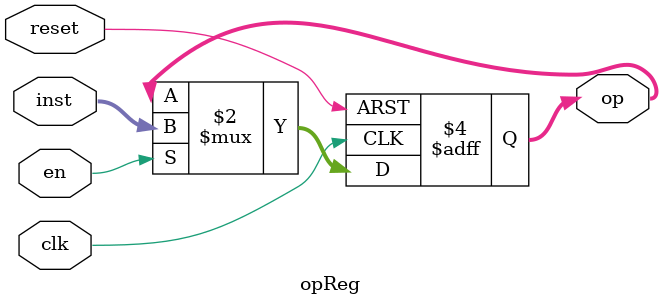
<source format=v>
module opReg(input [2:0] inst, input clk, reset, en, output reg [2:0] op);
	
//	input [2:0] inst;
//	input clk, en;
//	output [2:0] op;
//	
//	wire[2:0] inst;
//	reg[2:0] op;
	
	always@(posedge clk, posedge reset)
	begin
		if(reset)
			op <= 3'd0;
		else if(en)
			op <= inst;
	end
	

endmodule
</source>
